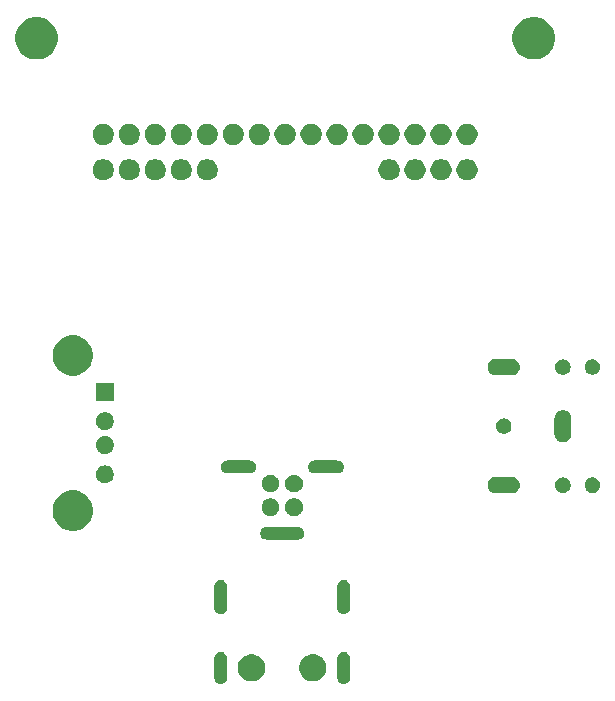
<source format=gbr>
G04 #@! TF.GenerationSoftware,KiCad,Pcbnew,(5.1.0)-1*
G04 #@! TF.CreationDate,2021-05-27T14:19:51-05:00*
G04 #@! TF.ProjectId,2014 Mazda CX-5 Head Unit Adapter,32303134-204d-4617-9a64-612043582d35,rev?*
G04 #@! TF.SameCoordinates,Original*
G04 #@! TF.FileFunction,Soldermask,Bot*
G04 #@! TF.FilePolarity,Negative*
%FSLAX46Y46*%
G04 Gerber Fmt 4.6, Leading zero omitted, Abs format (unit mm)*
G04 Created by KiCad (PCBNEW (5.1.0)-1) date 2021-05-27 14:19:51*
%MOMM*%
%LPD*%
G04 APERTURE LIST*
%ADD10C,0.100000*%
G04 APERTURE END LIST*
D10*
G36*
X173248014Y-151516973D02*
G01*
X173351878Y-151548479D01*
X173395907Y-151572013D01*
X173447599Y-151599643D01*
X173447601Y-151599644D01*
X173447600Y-151599644D01*
X173531501Y-151668499D01*
X173600356Y-151752400D01*
X173651521Y-151848121D01*
X173683027Y-151951985D01*
X173691000Y-152032933D01*
X173691000Y-153687067D01*
X173683027Y-153768015D01*
X173651521Y-153871879D01*
X173647178Y-153880004D01*
X173600357Y-153967600D01*
X173531501Y-154051501D01*
X173447600Y-154120357D01*
X173379055Y-154156995D01*
X173351879Y-154171521D01*
X173248015Y-154203027D01*
X173140000Y-154213666D01*
X173031986Y-154203027D01*
X172928122Y-154171521D01*
X172900946Y-154156995D01*
X172832401Y-154120357D01*
X172748500Y-154051501D01*
X172679644Y-153967600D01*
X172632823Y-153880004D01*
X172628480Y-153871879D01*
X172596974Y-153768015D01*
X172589001Y-153687067D01*
X172589000Y-152032934D01*
X172596973Y-151951986D01*
X172628479Y-151848122D01*
X172679644Y-151752400D01*
X172748499Y-151668499D01*
X172832400Y-151599644D01*
X172832399Y-151599644D01*
X172832401Y-151599643D01*
X172884093Y-151572013D01*
X172928121Y-151548479D01*
X173031985Y-151516973D01*
X173140000Y-151506334D01*
X173248014Y-151516973D01*
X173248014Y-151516973D01*
G37*
G36*
X183648014Y-151516973D02*
G01*
X183751878Y-151548479D01*
X183795907Y-151572013D01*
X183847599Y-151599643D01*
X183847601Y-151599644D01*
X183847600Y-151599644D01*
X183931501Y-151668499D01*
X184000356Y-151752400D01*
X184051521Y-151848121D01*
X184083027Y-151951985D01*
X184091000Y-152032933D01*
X184091000Y-153687067D01*
X184083027Y-153768015D01*
X184051521Y-153871879D01*
X184047178Y-153880004D01*
X184000357Y-153967600D01*
X183931501Y-154051501D01*
X183847600Y-154120357D01*
X183779055Y-154156995D01*
X183751879Y-154171521D01*
X183648015Y-154203027D01*
X183540000Y-154213666D01*
X183431986Y-154203027D01*
X183328122Y-154171521D01*
X183300946Y-154156995D01*
X183232401Y-154120357D01*
X183148500Y-154051501D01*
X183079644Y-153967600D01*
X183032823Y-153880004D01*
X183028480Y-153871879D01*
X182996974Y-153768015D01*
X182989001Y-153687067D01*
X182989000Y-152032934D01*
X182996973Y-151951986D01*
X183028479Y-151848122D01*
X183079644Y-151752400D01*
X183148499Y-151668499D01*
X183232400Y-151599644D01*
X183232399Y-151599644D01*
X183232401Y-151599643D01*
X183284093Y-151572013D01*
X183328121Y-151548479D01*
X183431985Y-151516973D01*
X183540000Y-151506334D01*
X183648014Y-151516973D01*
X183648014Y-151516973D01*
G37*
G36*
X175964549Y-151731116D02*
G01*
X176075734Y-151753232D01*
X176285203Y-151839997D01*
X176473720Y-151965960D01*
X176634040Y-152126280D01*
X176760003Y-152314797D01*
X176846768Y-152524266D01*
X176891000Y-152746636D01*
X176891000Y-152973364D01*
X176846768Y-153195734D01*
X176760003Y-153405203D01*
X176634040Y-153593720D01*
X176473720Y-153754040D01*
X176285203Y-153880003D01*
X176075734Y-153966768D01*
X175964549Y-153988884D01*
X175853365Y-154011000D01*
X175626635Y-154011000D01*
X175515451Y-153988884D01*
X175404266Y-153966768D01*
X175194797Y-153880003D01*
X175006280Y-153754040D01*
X174845960Y-153593720D01*
X174719997Y-153405203D01*
X174633232Y-153195734D01*
X174589000Y-152973364D01*
X174589000Y-152746636D01*
X174633232Y-152524266D01*
X174719997Y-152314797D01*
X174845960Y-152126280D01*
X175006280Y-151965960D01*
X175194797Y-151839997D01*
X175404266Y-151753232D01*
X175515451Y-151731116D01*
X175626635Y-151709000D01*
X175853365Y-151709000D01*
X175964549Y-151731116D01*
X175964549Y-151731116D01*
G37*
G36*
X181164549Y-151731116D02*
G01*
X181275734Y-151753232D01*
X181485203Y-151839997D01*
X181673720Y-151965960D01*
X181834040Y-152126280D01*
X181960003Y-152314797D01*
X182046768Y-152524266D01*
X182091000Y-152746636D01*
X182091000Y-152973364D01*
X182046768Y-153195734D01*
X181960003Y-153405203D01*
X181834040Y-153593720D01*
X181673720Y-153754040D01*
X181485203Y-153880003D01*
X181275734Y-153966768D01*
X181164549Y-153988884D01*
X181053365Y-154011000D01*
X180826635Y-154011000D01*
X180715451Y-153988884D01*
X180604266Y-153966768D01*
X180394797Y-153880003D01*
X180206280Y-153754040D01*
X180045960Y-153593720D01*
X179919997Y-153405203D01*
X179833232Y-153195734D01*
X179789000Y-152973364D01*
X179789000Y-152746636D01*
X179833232Y-152524266D01*
X179919997Y-152314797D01*
X180045960Y-152126280D01*
X180206280Y-151965960D01*
X180394797Y-151839997D01*
X180604266Y-151753232D01*
X180715451Y-151731116D01*
X180826635Y-151709000D01*
X181053365Y-151709000D01*
X181164549Y-151731116D01*
X181164549Y-151731116D01*
G37*
G36*
X183648014Y-145416973D02*
G01*
X183751878Y-145448479D01*
X183795907Y-145472013D01*
X183847599Y-145499643D01*
X183847601Y-145499644D01*
X183847600Y-145499644D01*
X183931501Y-145568499D01*
X184000356Y-145652400D01*
X184051521Y-145748121D01*
X184083027Y-145851985D01*
X184091000Y-145932933D01*
X184091000Y-147787067D01*
X184083027Y-147868015D01*
X184051521Y-147971879D01*
X184051519Y-147971882D01*
X184000357Y-148067600D01*
X183931501Y-148151501D01*
X183847600Y-148220357D01*
X183779055Y-148256995D01*
X183751879Y-148271521D01*
X183648015Y-148303027D01*
X183540000Y-148313666D01*
X183431986Y-148303027D01*
X183328122Y-148271521D01*
X183300946Y-148256995D01*
X183232401Y-148220357D01*
X183148500Y-148151501D01*
X183079644Y-148067600D01*
X183028482Y-147971882D01*
X183028480Y-147971879D01*
X182996974Y-147868015D01*
X182989001Y-147787067D01*
X182989000Y-145932934D01*
X182996973Y-145851986D01*
X183028479Y-145748122D01*
X183079644Y-145652400D01*
X183148499Y-145568499D01*
X183232400Y-145499644D01*
X183232399Y-145499644D01*
X183232401Y-145499643D01*
X183284093Y-145472013D01*
X183328121Y-145448479D01*
X183431985Y-145416973D01*
X183540000Y-145406334D01*
X183648014Y-145416973D01*
X183648014Y-145416973D01*
G37*
G36*
X173248014Y-145416973D02*
G01*
X173351878Y-145448479D01*
X173395907Y-145472013D01*
X173447599Y-145499643D01*
X173447601Y-145499644D01*
X173447600Y-145499644D01*
X173531501Y-145568499D01*
X173600356Y-145652400D01*
X173651521Y-145748121D01*
X173683027Y-145851985D01*
X173691000Y-145932933D01*
X173691000Y-147787067D01*
X173683027Y-147868015D01*
X173651521Y-147971879D01*
X173651519Y-147971882D01*
X173600357Y-148067600D01*
X173531501Y-148151501D01*
X173447600Y-148220357D01*
X173379055Y-148256995D01*
X173351879Y-148271521D01*
X173248015Y-148303027D01*
X173140000Y-148313666D01*
X173031986Y-148303027D01*
X172928122Y-148271521D01*
X172900946Y-148256995D01*
X172832401Y-148220357D01*
X172748500Y-148151501D01*
X172679644Y-148067600D01*
X172628482Y-147971882D01*
X172628480Y-147971879D01*
X172596974Y-147868015D01*
X172589001Y-147787067D01*
X172589000Y-145932934D01*
X172596973Y-145851986D01*
X172628479Y-145748122D01*
X172679644Y-145652400D01*
X172748499Y-145568499D01*
X172832400Y-145499644D01*
X172832399Y-145499644D01*
X172832401Y-145499643D01*
X172884093Y-145472013D01*
X172928121Y-145448479D01*
X173031985Y-145416973D01*
X173140000Y-145406334D01*
X173248014Y-145416973D01*
X173248014Y-145416973D01*
G37*
G36*
X179748015Y-140916973D02*
G01*
X179851879Y-140948479D01*
X179879055Y-140963005D01*
X179947600Y-140999643D01*
X180031501Y-141068499D01*
X180100357Y-141152400D01*
X180127576Y-141203324D01*
X180151521Y-141248121D01*
X180183027Y-141351985D01*
X180193666Y-141460000D01*
X180183027Y-141568015D01*
X180151521Y-141671879D01*
X180151519Y-141671882D01*
X180100357Y-141767600D01*
X180031501Y-141851501D01*
X179947600Y-141920357D01*
X179879055Y-141956995D01*
X179851879Y-141971521D01*
X179748015Y-142003027D01*
X179667067Y-142011000D01*
X177012933Y-142011000D01*
X176931985Y-142003027D01*
X176828121Y-141971521D01*
X176800945Y-141956995D01*
X176732400Y-141920357D01*
X176648499Y-141851501D01*
X176579643Y-141767600D01*
X176528481Y-141671882D01*
X176528479Y-141671879D01*
X176496973Y-141568015D01*
X176486334Y-141460000D01*
X176496973Y-141351985D01*
X176528479Y-141248121D01*
X176552424Y-141203324D01*
X176579643Y-141152400D01*
X176648499Y-141068499D01*
X176732400Y-140999643D01*
X176800945Y-140963005D01*
X176828121Y-140948479D01*
X176931985Y-140916973D01*
X177012933Y-140909000D01*
X179667067Y-140909000D01*
X179748015Y-140916973D01*
X179748015Y-140916973D01*
G37*
G36*
X161108496Y-137916675D02*
G01*
X161419513Y-138045503D01*
X161419515Y-138045504D01*
X161699424Y-138232533D01*
X161937467Y-138470576D01*
X162124496Y-138750485D01*
X162124497Y-138750487D01*
X162253325Y-139061504D01*
X162319000Y-139391677D01*
X162319000Y-139728323D01*
X162253325Y-140058496D01*
X162124497Y-140369513D01*
X162124496Y-140369515D01*
X161937467Y-140649424D01*
X161699424Y-140887467D01*
X161419515Y-141074496D01*
X161419514Y-141074497D01*
X161419513Y-141074497D01*
X161108496Y-141203325D01*
X160778323Y-141269000D01*
X160441677Y-141269000D01*
X160111504Y-141203325D01*
X159800487Y-141074497D01*
X159800486Y-141074497D01*
X159800485Y-141074496D01*
X159520576Y-140887467D01*
X159282533Y-140649424D01*
X159095504Y-140369515D01*
X159095503Y-140369513D01*
X158966675Y-140058496D01*
X158901000Y-139728323D01*
X158901000Y-139391677D01*
X158966675Y-139061504D01*
X159095503Y-138750487D01*
X159095504Y-138750485D01*
X159282533Y-138470576D01*
X159520576Y-138232533D01*
X159800485Y-138045504D01*
X159800487Y-138045503D01*
X160111504Y-137916675D01*
X160441677Y-137851000D01*
X160778323Y-137851000D01*
X161108496Y-137916675D01*
X161108496Y-137916675D01*
G37*
G36*
X179559059Y-138537860D02*
G01*
X179695732Y-138594472D01*
X179818735Y-138676660D01*
X179923340Y-138781265D01*
X180005528Y-138904268D01*
X180062140Y-139040941D01*
X180091000Y-139186033D01*
X180091000Y-139333967D01*
X180062140Y-139479059D01*
X180005528Y-139615732D01*
X179923340Y-139738735D01*
X179818735Y-139843340D01*
X179695732Y-139925528D01*
X179695731Y-139925529D01*
X179695730Y-139925529D01*
X179559059Y-139982140D01*
X179413968Y-140011000D01*
X179266032Y-140011000D01*
X179120941Y-139982140D01*
X178984270Y-139925529D01*
X178984269Y-139925529D01*
X178984268Y-139925528D01*
X178861265Y-139843340D01*
X178756660Y-139738735D01*
X178674472Y-139615732D01*
X178617860Y-139479059D01*
X178589000Y-139333967D01*
X178589000Y-139186033D01*
X178617860Y-139040941D01*
X178674472Y-138904268D01*
X178756660Y-138781265D01*
X178861265Y-138676660D01*
X178984268Y-138594472D01*
X179120941Y-138537860D01*
X179266032Y-138509000D01*
X179413968Y-138509000D01*
X179559059Y-138537860D01*
X179559059Y-138537860D01*
G37*
G36*
X177559059Y-138537860D02*
G01*
X177695732Y-138594472D01*
X177818735Y-138676660D01*
X177923340Y-138781265D01*
X178005528Y-138904268D01*
X178062140Y-139040941D01*
X178091000Y-139186033D01*
X178091000Y-139333967D01*
X178062140Y-139479059D01*
X178005528Y-139615732D01*
X177923340Y-139738735D01*
X177818735Y-139843340D01*
X177695732Y-139925528D01*
X177695731Y-139925529D01*
X177695730Y-139925529D01*
X177559059Y-139982140D01*
X177413968Y-140011000D01*
X177266032Y-140011000D01*
X177120941Y-139982140D01*
X176984270Y-139925529D01*
X176984269Y-139925529D01*
X176984268Y-139925528D01*
X176861265Y-139843340D01*
X176756660Y-139738735D01*
X176674472Y-139615732D01*
X176617860Y-139479059D01*
X176589000Y-139333967D01*
X176589000Y-139186033D01*
X176617860Y-139040941D01*
X176674472Y-138904268D01*
X176756660Y-138781265D01*
X176861265Y-138676660D01*
X176984268Y-138594472D01*
X177120941Y-138537860D01*
X177266032Y-138509000D01*
X177413968Y-138509000D01*
X177559059Y-138537860D01*
X177559059Y-138537860D01*
G37*
G36*
X197892205Y-136705200D02*
G01*
X198025097Y-136745513D01*
X198147571Y-136810977D01*
X198254923Y-136899077D01*
X198343023Y-137006429D01*
X198408487Y-137128903D01*
X198448800Y-137261795D01*
X198462411Y-137400000D01*
X198448800Y-137538205D01*
X198408487Y-137671097D01*
X198343023Y-137793571D01*
X198254923Y-137900923D01*
X198147571Y-137989023D01*
X198025097Y-138054487D01*
X197892205Y-138094800D01*
X197788636Y-138105000D01*
X196411364Y-138105000D01*
X196307795Y-138094800D01*
X196174903Y-138054487D01*
X196052429Y-137989023D01*
X195945077Y-137900923D01*
X195856977Y-137793571D01*
X195791513Y-137671097D01*
X195751200Y-137538205D01*
X195737589Y-137400000D01*
X195751200Y-137261795D01*
X195791513Y-137128903D01*
X195856977Y-137006429D01*
X195945077Y-136899077D01*
X196052429Y-136810977D01*
X196174903Y-136745513D01*
X196307795Y-136705200D01*
X196411364Y-136695000D01*
X197788636Y-136695000D01*
X197892205Y-136705200D01*
X197892205Y-136705200D01*
G37*
G36*
X204789890Y-136774017D02*
G01*
X204879119Y-136810977D01*
X204908364Y-136823091D01*
X205014988Y-136894335D01*
X205105665Y-136985012D01*
X205171950Y-137084214D01*
X205176910Y-137091638D01*
X205225983Y-137210110D01*
X205229065Y-137225602D01*
X205251000Y-137335882D01*
X205251000Y-137464118D01*
X205225983Y-137589890D01*
X205176909Y-137708364D01*
X205105665Y-137814988D01*
X205014988Y-137905665D01*
X204908364Y-137976909D01*
X204908363Y-137976910D01*
X204908362Y-137976910D01*
X204789890Y-138025983D01*
X204664119Y-138051000D01*
X204535881Y-138051000D01*
X204410110Y-138025983D01*
X204291638Y-137976910D01*
X204291637Y-137976910D01*
X204291636Y-137976909D01*
X204185012Y-137905665D01*
X204094335Y-137814988D01*
X204023091Y-137708364D01*
X203974017Y-137589890D01*
X203949000Y-137464118D01*
X203949000Y-137335882D01*
X203970936Y-137225602D01*
X203974017Y-137210110D01*
X204023090Y-137091638D01*
X204028051Y-137084214D01*
X204094335Y-136985012D01*
X204185012Y-136894335D01*
X204291636Y-136823091D01*
X204320882Y-136810977D01*
X204410110Y-136774017D01*
X204535881Y-136749000D01*
X204664119Y-136749000D01*
X204789890Y-136774017D01*
X204789890Y-136774017D01*
G37*
G36*
X202289890Y-136774017D02*
G01*
X202379119Y-136810977D01*
X202408364Y-136823091D01*
X202514988Y-136894335D01*
X202605665Y-136985012D01*
X202671950Y-137084214D01*
X202676910Y-137091638D01*
X202725983Y-137210110D01*
X202729065Y-137225602D01*
X202751000Y-137335882D01*
X202751000Y-137464118D01*
X202725983Y-137589890D01*
X202676909Y-137708364D01*
X202605665Y-137814988D01*
X202514988Y-137905665D01*
X202408364Y-137976909D01*
X202408363Y-137976910D01*
X202408362Y-137976910D01*
X202289890Y-138025983D01*
X202164119Y-138051000D01*
X202035881Y-138051000D01*
X201910110Y-138025983D01*
X201791638Y-137976910D01*
X201791637Y-137976910D01*
X201791636Y-137976909D01*
X201685012Y-137905665D01*
X201594335Y-137814988D01*
X201523091Y-137708364D01*
X201474017Y-137589890D01*
X201449000Y-137464118D01*
X201449000Y-137335882D01*
X201470936Y-137225602D01*
X201474017Y-137210110D01*
X201523090Y-137091638D01*
X201528051Y-137084214D01*
X201594335Y-136985012D01*
X201685012Y-136894335D01*
X201791636Y-136823091D01*
X201820882Y-136810977D01*
X201910110Y-136774017D01*
X202035881Y-136749000D01*
X202164119Y-136749000D01*
X202289890Y-136774017D01*
X202289890Y-136774017D01*
G37*
G36*
X179559059Y-136537860D02*
G01*
X179695732Y-136594472D01*
X179818735Y-136676660D01*
X179923340Y-136781265D01*
X179951287Y-136823091D01*
X180005529Y-136904270D01*
X180062140Y-137040941D01*
X180091000Y-137186032D01*
X180091000Y-137333968D01*
X180065112Y-137464118D01*
X180062140Y-137479059D01*
X180005528Y-137615732D01*
X179923340Y-137738735D01*
X179818735Y-137843340D01*
X179695732Y-137925528D01*
X179695731Y-137925529D01*
X179695730Y-137925529D01*
X179559059Y-137982140D01*
X179413968Y-138011000D01*
X179266032Y-138011000D01*
X179120941Y-137982140D01*
X178984270Y-137925529D01*
X178984269Y-137925529D01*
X178984268Y-137925528D01*
X178861265Y-137843340D01*
X178756660Y-137738735D01*
X178674472Y-137615732D01*
X178617860Y-137479059D01*
X178614888Y-137464118D01*
X178589000Y-137333968D01*
X178589000Y-137186032D01*
X178617860Y-137040941D01*
X178674471Y-136904270D01*
X178728713Y-136823091D01*
X178756660Y-136781265D01*
X178861265Y-136676660D01*
X178984268Y-136594472D01*
X179120941Y-136537860D01*
X179266032Y-136509000D01*
X179413968Y-136509000D01*
X179559059Y-136537860D01*
X179559059Y-136537860D01*
G37*
G36*
X177559059Y-136537860D02*
G01*
X177695732Y-136594472D01*
X177818735Y-136676660D01*
X177923340Y-136781265D01*
X177951287Y-136823091D01*
X178005529Y-136904270D01*
X178062140Y-137040941D01*
X178091000Y-137186032D01*
X178091000Y-137333968D01*
X178065112Y-137464118D01*
X178062140Y-137479059D01*
X178005528Y-137615732D01*
X177923340Y-137738735D01*
X177818735Y-137843340D01*
X177695732Y-137925528D01*
X177695731Y-137925529D01*
X177695730Y-137925529D01*
X177559059Y-137982140D01*
X177413968Y-138011000D01*
X177266032Y-138011000D01*
X177120941Y-137982140D01*
X176984270Y-137925529D01*
X176984269Y-137925529D01*
X176984268Y-137925528D01*
X176861265Y-137843340D01*
X176756660Y-137738735D01*
X176674472Y-137615732D01*
X176617860Y-137479059D01*
X176614888Y-137464118D01*
X176589000Y-137333968D01*
X176589000Y-137186032D01*
X176617860Y-137040941D01*
X176674471Y-136904270D01*
X176728713Y-136823091D01*
X176756660Y-136781265D01*
X176861265Y-136676660D01*
X176984268Y-136594472D01*
X177120941Y-136537860D01*
X177266032Y-136509000D01*
X177413968Y-136509000D01*
X177559059Y-136537860D01*
X177559059Y-136537860D01*
G37*
G36*
X163469244Y-135739699D02*
G01*
X163543142Y-135754398D01*
X163682364Y-135812065D01*
X163807659Y-135895785D01*
X163914215Y-136002341D01*
X163997935Y-136127636D01*
X164055602Y-136266858D01*
X164055602Y-136266859D01*
X164076421Y-136371521D01*
X164085000Y-136414654D01*
X164085000Y-136565346D01*
X164055602Y-136713142D01*
X163997935Y-136852364D01*
X163914215Y-136977659D01*
X163807659Y-137084215D01*
X163682364Y-137167935D01*
X163543142Y-137225602D01*
X163469244Y-137240301D01*
X163395347Y-137255000D01*
X163244653Y-137255000D01*
X163170756Y-137240301D01*
X163096858Y-137225602D01*
X162957636Y-137167935D01*
X162832341Y-137084215D01*
X162725785Y-136977659D01*
X162642065Y-136852364D01*
X162584398Y-136713142D01*
X162555000Y-136565346D01*
X162555000Y-136414654D01*
X162563580Y-136371521D01*
X162584398Y-136266859D01*
X162584398Y-136266858D01*
X162642065Y-136127636D01*
X162725785Y-136002341D01*
X162832341Y-135895785D01*
X162957636Y-135812065D01*
X163096858Y-135754398D01*
X163170756Y-135739699D01*
X163244653Y-135725000D01*
X163395347Y-135725000D01*
X163469244Y-135739699D01*
X163469244Y-135739699D01*
G37*
G36*
X175698015Y-135316973D02*
G01*
X175801879Y-135348479D01*
X175829055Y-135363005D01*
X175897600Y-135399643D01*
X175981501Y-135468499D01*
X176050357Y-135552400D01*
X176086995Y-135620945D01*
X176101521Y-135648121D01*
X176133027Y-135751985D01*
X176143666Y-135860000D01*
X176133027Y-135968015D01*
X176101521Y-136071879D01*
X176101519Y-136071882D01*
X176050357Y-136167600D01*
X175981501Y-136251501D01*
X175897600Y-136320357D01*
X175829055Y-136356995D01*
X175801879Y-136371521D01*
X175698015Y-136403027D01*
X175617067Y-136411000D01*
X173662933Y-136411000D01*
X173581985Y-136403027D01*
X173478121Y-136371521D01*
X173450945Y-136356995D01*
X173382400Y-136320357D01*
X173298499Y-136251501D01*
X173229643Y-136167600D01*
X173178481Y-136071882D01*
X173178479Y-136071879D01*
X173146973Y-135968015D01*
X173136334Y-135860000D01*
X173146973Y-135751985D01*
X173178479Y-135648121D01*
X173193005Y-135620945D01*
X173229643Y-135552400D01*
X173298499Y-135468499D01*
X173382400Y-135399643D01*
X173450945Y-135363005D01*
X173478121Y-135348479D01*
X173581985Y-135316973D01*
X173662933Y-135309000D01*
X175617067Y-135309000D01*
X175698015Y-135316973D01*
X175698015Y-135316973D01*
G37*
G36*
X183098015Y-135316973D02*
G01*
X183201879Y-135348479D01*
X183229055Y-135363005D01*
X183297600Y-135399643D01*
X183381501Y-135468499D01*
X183450357Y-135552400D01*
X183486995Y-135620945D01*
X183501521Y-135648121D01*
X183533027Y-135751985D01*
X183543666Y-135860000D01*
X183533027Y-135968015D01*
X183501521Y-136071879D01*
X183501519Y-136071882D01*
X183450357Y-136167600D01*
X183381501Y-136251501D01*
X183297600Y-136320357D01*
X183229055Y-136356995D01*
X183201879Y-136371521D01*
X183098015Y-136403027D01*
X183017067Y-136411000D01*
X181062933Y-136411000D01*
X180981985Y-136403027D01*
X180878121Y-136371521D01*
X180850945Y-136356995D01*
X180782400Y-136320357D01*
X180698499Y-136251501D01*
X180629643Y-136167600D01*
X180578481Y-136071882D01*
X180578479Y-136071879D01*
X180546973Y-135968015D01*
X180536334Y-135860000D01*
X180546973Y-135751985D01*
X180578479Y-135648121D01*
X180593005Y-135620945D01*
X180629643Y-135552400D01*
X180698499Y-135468499D01*
X180782400Y-135399643D01*
X180850945Y-135363005D01*
X180878121Y-135348479D01*
X180981985Y-135316973D01*
X181062933Y-135309000D01*
X183017067Y-135309000D01*
X183098015Y-135316973D01*
X183098015Y-135316973D01*
G37*
G36*
X163469244Y-133239699D02*
G01*
X163543142Y-133254398D01*
X163682364Y-133312065D01*
X163807659Y-133395785D01*
X163914215Y-133502341D01*
X163997935Y-133627636D01*
X164055602Y-133766858D01*
X164085000Y-133914654D01*
X164085000Y-134065346D01*
X164055602Y-134213142D01*
X163997935Y-134352364D01*
X163914215Y-134477659D01*
X163807659Y-134584215D01*
X163682364Y-134667935D01*
X163543142Y-134725602D01*
X163469244Y-134740301D01*
X163395347Y-134755000D01*
X163244653Y-134755000D01*
X163170756Y-134740301D01*
X163096858Y-134725602D01*
X162957636Y-134667935D01*
X162832341Y-134584215D01*
X162725785Y-134477659D01*
X162642065Y-134352364D01*
X162584398Y-134213142D01*
X162555000Y-134065346D01*
X162555000Y-133914654D01*
X162584398Y-133766858D01*
X162642065Y-133627636D01*
X162725785Y-133502341D01*
X162832341Y-133395785D01*
X162957636Y-133312065D01*
X163096858Y-133254398D01*
X163170756Y-133239699D01*
X163244653Y-133225000D01*
X163395347Y-133225000D01*
X163469244Y-133239699D01*
X163469244Y-133239699D01*
G37*
G36*
X202238205Y-131051200D02*
G01*
X202371097Y-131091513D01*
X202493571Y-131156977D01*
X202600923Y-131245077D01*
X202689023Y-131352429D01*
X202754487Y-131474903D01*
X202794800Y-131607795D01*
X202805000Y-131711364D01*
X202805000Y-133088636D01*
X202794800Y-133192205D01*
X202754487Y-133325097D01*
X202689023Y-133447571D01*
X202600923Y-133554922D01*
X202493570Y-133643023D01*
X202371096Y-133708487D01*
X202238204Y-133748800D01*
X202100000Y-133762411D01*
X201961795Y-133748800D01*
X201828903Y-133708487D01*
X201706429Y-133643023D01*
X201599078Y-133554923D01*
X201510977Y-133447570D01*
X201445513Y-133325096D01*
X201405200Y-133192204D01*
X201395000Y-133088635D01*
X201395001Y-131711364D01*
X201405201Y-131607795D01*
X201445514Y-131474903D01*
X201510978Y-131352429D01*
X201599078Y-131245077D01*
X201706430Y-131156977D01*
X201828904Y-131091513D01*
X201961796Y-131051200D01*
X202100000Y-131037589D01*
X202238205Y-131051200D01*
X202238205Y-131051200D01*
G37*
G36*
X197289890Y-131774017D02*
G01*
X197408364Y-131823091D01*
X197514988Y-131894335D01*
X197605665Y-131985012D01*
X197659343Y-132065346D01*
X197676910Y-132091638D01*
X197725983Y-132210110D01*
X197751000Y-132335881D01*
X197751000Y-132464119D01*
X197725983Y-132589890D01*
X197693656Y-132667935D01*
X197676909Y-132708364D01*
X197605665Y-132814988D01*
X197514988Y-132905665D01*
X197408364Y-132976909D01*
X197408363Y-132976910D01*
X197408362Y-132976910D01*
X197289890Y-133025983D01*
X197164119Y-133051000D01*
X197035881Y-133051000D01*
X196910110Y-133025983D01*
X196791638Y-132976910D01*
X196791637Y-132976910D01*
X196791636Y-132976909D01*
X196685012Y-132905665D01*
X196594335Y-132814988D01*
X196523091Y-132708364D01*
X196506345Y-132667935D01*
X196474017Y-132589890D01*
X196449000Y-132464119D01*
X196449000Y-132335881D01*
X196474017Y-132210110D01*
X196523090Y-132091638D01*
X196540658Y-132065346D01*
X196594335Y-131985012D01*
X196685012Y-131894335D01*
X196791636Y-131823091D01*
X196910110Y-131774017D01*
X197035881Y-131749000D01*
X197164119Y-131749000D01*
X197289890Y-131774017D01*
X197289890Y-131774017D01*
G37*
G36*
X163469244Y-131239699D02*
G01*
X163543142Y-131254398D01*
X163682364Y-131312065D01*
X163807659Y-131395785D01*
X163914215Y-131502341D01*
X163997935Y-131627636D01*
X164048205Y-131749000D01*
X164055602Y-131766859D01*
X164080959Y-131894335D01*
X164085000Y-131914654D01*
X164085000Y-132065346D01*
X164055602Y-132213142D01*
X163997935Y-132352364D01*
X163914215Y-132477659D01*
X163807659Y-132584215D01*
X163682364Y-132667935D01*
X163543142Y-132725602D01*
X163469244Y-132740301D01*
X163395347Y-132755000D01*
X163244653Y-132755000D01*
X163170756Y-132740301D01*
X163096858Y-132725602D01*
X162957636Y-132667935D01*
X162832341Y-132584215D01*
X162725785Y-132477659D01*
X162642065Y-132352364D01*
X162584398Y-132213142D01*
X162555000Y-132065346D01*
X162555000Y-131914654D01*
X162559042Y-131894335D01*
X162584398Y-131766859D01*
X162591795Y-131749000D01*
X162642065Y-131627636D01*
X162725785Y-131502341D01*
X162832341Y-131395785D01*
X162957636Y-131312065D01*
X163096858Y-131254398D01*
X163170756Y-131239699D01*
X163244653Y-131225000D01*
X163395347Y-131225000D01*
X163469244Y-131239699D01*
X163469244Y-131239699D01*
G37*
G36*
X164085000Y-130255000D02*
G01*
X162555000Y-130255000D01*
X162555000Y-128725000D01*
X164085000Y-128725000D01*
X164085000Y-130255000D01*
X164085000Y-130255000D01*
G37*
G36*
X161108496Y-124776675D02*
G01*
X161419513Y-124905503D01*
X161419515Y-124905504D01*
X161699424Y-125092533D01*
X161937467Y-125330576D01*
X162124496Y-125610485D01*
X162124497Y-125610487D01*
X162253325Y-125921504D01*
X162319000Y-126251677D01*
X162319000Y-126588323D01*
X162253325Y-126918496D01*
X162181607Y-127091638D01*
X162124496Y-127229515D01*
X161937467Y-127509424D01*
X161699424Y-127747467D01*
X161419515Y-127934496D01*
X161419514Y-127934497D01*
X161419513Y-127934497D01*
X161108496Y-128063325D01*
X160778323Y-128129000D01*
X160441677Y-128129000D01*
X160111504Y-128063325D01*
X159800487Y-127934497D01*
X159800486Y-127934497D01*
X159800485Y-127934496D01*
X159520576Y-127747467D01*
X159282533Y-127509424D01*
X159095504Y-127229515D01*
X159038393Y-127091638D01*
X158966675Y-126918496D01*
X158901000Y-126588323D01*
X158901000Y-126251677D01*
X158966675Y-125921504D01*
X159095503Y-125610487D01*
X159095504Y-125610485D01*
X159282533Y-125330576D01*
X159520576Y-125092533D01*
X159800485Y-124905504D01*
X159800487Y-124905503D01*
X160111504Y-124776675D01*
X160441677Y-124711000D01*
X160778323Y-124711000D01*
X161108496Y-124776675D01*
X161108496Y-124776675D01*
G37*
G36*
X197892205Y-126705200D02*
G01*
X198025097Y-126745513D01*
X198147571Y-126810977D01*
X198254923Y-126899077D01*
X198343023Y-127006429D01*
X198408487Y-127128903D01*
X198448800Y-127261795D01*
X198462411Y-127400000D01*
X198448800Y-127538205D01*
X198408487Y-127671097D01*
X198343023Y-127793571D01*
X198254923Y-127900923D01*
X198147571Y-127989023D01*
X198025097Y-128054487D01*
X197892205Y-128094800D01*
X197788636Y-128105000D01*
X196411364Y-128105000D01*
X196307795Y-128094800D01*
X196174903Y-128054487D01*
X196052429Y-127989023D01*
X195945077Y-127900923D01*
X195856977Y-127793571D01*
X195791513Y-127671097D01*
X195751200Y-127538205D01*
X195737589Y-127400000D01*
X195751200Y-127261795D01*
X195791513Y-127128903D01*
X195856977Y-127006429D01*
X195945077Y-126899077D01*
X196052429Y-126810977D01*
X196174903Y-126745513D01*
X196307795Y-126705200D01*
X196411364Y-126695000D01*
X197788636Y-126695000D01*
X197892205Y-126705200D01*
X197892205Y-126705200D01*
G37*
G36*
X202289890Y-126774017D02*
G01*
X202379119Y-126810977D01*
X202408364Y-126823091D01*
X202514988Y-126894335D01*
X202605665Y-126985012D01*
X202676910Y-127091638D01*
X202725983Y-127210110D01*
X202751000Y-127335881D01*
X202751000Y-127464119D01*
X202741988Y-127509424D01*
X202725983Y-127589890D01*
X202676909Y-127708364D01*
X202605665Y-127814988D01*
X202514988Y-127905665D01*
X202408364Y-127976909D01*
X202408363Y-127976910D01*
X202408362Y-127976910D01*
X202289890Y-128025983D01*
X202164119Y-128051000D01*
X202035881Y-128051000D01*
X201910110Y-128025983D01*
X201791638Y-127976910D01*
X201791637Y-127976910D01*
X201791636Y-127976909D01*
X201685012Y-127905665D01*
X201594335Y-127814988D01*
X201523091Y-127708364D01*
X201474017Y-127589890D01*
X201458012Y-127509424D01*
X201449000Y-127464119D01*
X201449000Y-127335881D01*
X201474017Y-127210110D01*
X201523090Y-127091638D01*
X201594335Y-126985012D01*
X201685012Y-126894335D01*
X201791636Y-126823091D01*
X201820882Y-126810977D01*
X201910110Y-126774017D01*
X202035881Y-126749000D01*
X202164119Y-126749000D01*
X202289890Y-126774017D01*
X202289890Y-126774017D01*
G37*
G36*
X204789890Y-126774017D02*
G01*
X204879119Y-126810977D01*
X204908364Y-126823091D01*
X205014988Y-126894335D01*
X205105665Y-126985012D01*
X205176910Y-127091638D01*
X205225983Y-127210110D01*
X205251000Y-127335881D01*
X205251000Y-127464119D01*
X205241988Y-127509424D01*
X205225983Y-127589890D01*
X205176909Y-127708364D01*
X205105665Y-127814988D01*
X205014988Y-127905665D01*
X204908364Y-127976909D01*
X204908363Y-127976910D01*
X204908362Y-127976910D01*
X204789890Y-128025983D01*
X204664119Y-128051000D01*
X204535881Y-128051000D01*
X204410110Y-128025983D01*
X204291638Y-127976910D01*
X204291637Y-127976910D01*
X204291636Y-127976909D01*
X204185012Y-127905665D01*
X204094335Y-127814988D01*
X204023091Y-127708364D01*
X203974017Y-127589890D01*
X203958012Y-127509424D01*
X203949000Y-127464119D01*
X203949000Y-127335881D01*
X203974017Y-127210110D01*
X204023090Y-127091638D01*
X204094335Y-126985012D01*
X204185012Y-126894335D01*
X204291636Y-126823091D01*
X204320882Y-126810977D01*
X204410110Y-126774017D01*
X204535881Y-126749000D01*
X204664119Y-126749000D01*
X204789890Y-126774017D01*
X204789890Y-126774017D01*
G37*
G36*
X194103512Y-109803927D02*
G01*
X194252812Y-109833624D01*
X194416784Y-109901544D01*
X194564354Y-110000147D01*
X194689853Y-110125646D01*
X194788456Y-110273216D01*
X194856376Y-110437188D01*
X194891000Y-110611259D01*
X194891000Y-110788741D01*
X194856376Y-110962812D01*
X194788456Y-111126784D01*
X194689853Y-111274354D01*
X194564354Y-111399853D01*
X194416784Y-111498456D01*
X194252812Y-111566376D01*
X194103512Y-111596073D01*
X194078742Y-111601000D01*
X193901258Y-111601000D01*
X193876488Y-111596073D01*
X193727188Y-111566376D01*
X193563216Y-111498456D01*
X193415646Y-111399853D01*
X193290147Y-111274354D01*
X193191544Y-111126784D01*
X193123624Y-110962812D01*
X193089000Y-110788741D01*
X193089000Y-110611259D01*
X193123624Y-110437188D01*
X193191544Y-110273216D01*
X193290147Y-110125646D01*
X193415646Y-110000147D01*
X193563216Y-109901544D01*
X193727188Y-109833624D01*
X193876488Y-109803927D01*
X193901258Y-109799000D01*
X194078742Y-109799000D01*
X194103512Y-109803927D01*
X194103512Y-109803927D01*
G37*
G36*
X167703512Y-109803927D02*
G01*
X167852812Y-109833624D01*
X168016784Y-109901544D01*
X168164354Y-110000147D01*
X168289853Y-110125646D01*
X168388456Y-110273216D01*
X168456376Y-110437188D01*
X168491000Y-110611259D01*
X168491000Y-110788741D01*
X168456376Y-110962812D01*
X168388456Y-111126784D01*
X168289853Y-111274354D01*
X168164354Y-111399853D01*
X168016784Y-111498456D01*
X167852812Y-111566376D01*
X167703512Y-111596073D01*
X167678742Y-111601000D01*
X167501258Y-111601000D01*
X167476488Y-111596073D01*
X167327188Y-111566376D01*
X167163216Y-111498456D01*
X167015646Y-111399853D01*
X166890147Y-111274354D01*
X166791544Y-111126784D01*
X166723624Y-110962812D01*
X166689000Y-110788741D01*
X166689000Y-110611259D01*
X166723624Y-110437188D01*
X166791544Y-110273216D01*
X166890147Y-110125646D01*
X167015646Y-110000147D01*
X167163216Y-109901544D01*
X167327188Y-109833624D01*
X167476488Y-109803927D01*
X167501258Y-109799000D01*
X167678742Y-109799000D01*
X167703512Y-109803927D01*
X167703512Y-109803927D01*
G37*
G36*
X191903512Y-109803927D02*
G01*
X192052812Y-109833624D01*
X192216784Y-109901544D01*
X192364354Y-110000147D01*
X192489853Y-110125646D01*
X192588456Y-110273216D01*
X192656376Y-110437188D01*
X192691000Y-110611259D01*
X192691000Y-110788741D01*
X192656376Y-110962812D01*
X192588456Y-111126784D01*
X192489853Y-111274354D01*
X192364354Y-111399853D01*
X192216784Y-111498456D01*
X192052812Y-111566376D01*
X191903512Y-111596073D01*
X191878742Y-111601000D01*
X191701258Y-111601000D01*
X191676488Y-111596073D01*
X191527188Y-111566376D01*
X191363216Y-111498456D01*
X191215646Y-111399853D01*
X191090147Y-111274354D01*
X190991544Y-111126784D01*
X190923624Y-110962812D01*
X190889000Y-110788741D01*
X190889000Y-110611259D01*
X190923624Y-110437188D01*
X190991544Y-110273216D01*
X191090147Y-110125646D01*
X191215646Y-110000147D01*
X191363216Y-109901544D01*
X191527188Y-109833624D01*
X191676488Y-109803927D01*
X191701258Y-109799000D01*
X191878742Y-109799000D01*
X191903512Y-109803927D01*
X191903512Y-109803927D01*
G37*
G36*
X189703512Y-109803927D02*
G01*
X189852812Y-109833624D01*
X190016784Y-109901544D01*
X190164354Y-110000147D01*
X190289853Y-110125646D01*
X190388456Y-110273216D01*
X190456376Y-110437188D01*
X190491000Y-110611259D01*
X190491000Y-110788741D01*
X190456376Y-110962812D01*
X190388456Y-111126784D01*
X190289853Y-111274354D01*
X190164354Y-111399853D01*
X190016784Y-111498456D01*
X189852812Y-111566376D01*
X189703512Y-111596073D01*
X189678742Y-111601000D01*
X189501258Y-111601000D01*
X189476488Y-111596073D01*
X189327188Y-111566376D01*
X189163216Y-111498456D01*
X189015646Y-111399853D01*
X188890147Y-111274354D01*
X188791544Y-111126784D01*
X188723624Y-110962812D01*
X188689000Y-110788741D01*
X188689000Y-110611259D01*
X188723624Y-110437188D01*
X188791544Y-110273216D01*
X188890147Y-110125646D01*
X189015646Y-110000147D01*
X189163216Y-109901544D01*
X189327188Y-109833624D01*
X189476488Y-109803927D01*
X189501258Y-109799000D01*
X189678742Y-109799000D01*
X189703512Y-109803927D01*
X189703512Y-109803927D01*
G37*
G36*
X187503512Y-109803927D02*
G01*
X187652812Y-109833624D01*
X187816784Y-109901544D01*
X187964354Y-110000147D01*
X188089853Y-110125646D01*
X188188456Y-110273216D01*
X188256376Y-110437188D01*
X188291000Y-110611259D01*
X188291000Y-110788741D01*
X188256376Y-110962812D01*
X188188456Y-111126784D01*
X188089853Y-111274354D01*
X187964354Y-111399853D01*
X187816784Y-111498456D01*
X187652812Y-111566376D01*
X187503512Y-111596073D01*
X187478742Y-111601000D01*
X187301258Y-111601000D01*
X187276488Y-111596073D01*
X187127188Y-111566376D01*
X186963216Y-111498456D01*
X186815646Y-111399853D01*
X186690147Y-111274354D01*
X186591544Y-111126784D01*
X186523624Y-110962812D01*
X186489000Y-110788741D01*
X186489000Y-110611259D01*
X186523624Y-110437188D01*
X186591544Y-110273216D01*
X186690147Y-110125646D01*
X186815646Y-110000147D01*
X186963216Y-109901544D01*
X187127188Y-109833624D01*
X187276488Y-109803927D01*
X187301258Y-109799000D01*
X187478742Y-109799000D01*
X187503512Y-109803927D01*
X187503512Y-109803927D01*
G37*
G36*
X172103512Y-109803927D02*
G01*
X172252812Y-109833624D01*
X172416784Y-109901544D01*
X172564354Y-110000147D01*
X172689853Y-110125646D01*
X172788456Y-110273216D01*
X172856376Y-110437188D01*
X172891000Y-110611259D01*
X172891000Y-110788741D01*
X172856376Y-110962812D01*
X172788456Y-111126784D01*
X172689853Y-111274354D01*
X172564354Y-111399853D01*
X172416784Y-111498456D01*
X172252812Y-111566376D01*
X172103512Y-111596073D01*
X172078742Y-111601000D01*
X171901258Y-111601000D01*
X171876488Y-111596073D01*
X171727188Y-111566376D01*
X171563216Y-111498456D01*
X171415646Y-111399853D01*
X171290147Y-111274354D01*
X171191544Y-111126784D01*
X171123624Y-110962812D01*
X171089000Y-110788741D01*
X171089000Y-110611259D01*
X171123624Y-110437188D01*
X171191544Y-110273216D01*
X171290147Y-110125646D01*
X171415646Y-110000147D01*
X171563216Y-109901544D01*
X171727188Y-109833624D01*
X171876488Y-109803927D01*
X171901258Y-109799000D01*
X172078742Y-109799000D01*
X172103512Y-109803927D01*
X172103512Y-109803927D01*
G37*
G36*
X169903512Y-109803927D02*
G01*
X170052812Y-109833624D01*
X170216784Y-109901544D01*
X170364354Y-110000147D01*
X170489853Y-110125646D01*
X170588456Y-110273216D01*
X170656376Y-110437188D01*
X170691000Y-110611259D01*
X170691000Y-110788741D01*
X170656376Y-110962812D01*
X170588456Y-111126784D01*
X170489853Y-111274354D01*
X170364354Y-111399853D01*
X170216784Y-111498456D01*
X170052812Y-111566376D01*
X169903512Y-111596073D01*
X169878742Y-111601000D01*
X169701258Y-111601000D01*
X169676488Y-111596073D01*
X169527188Y-111566376D01*
X169363216Y-111498456D01*
X169215646Y-111399853D01*
X169090147Y-111274354D01*
X168991544Y-111126784D01*
X168923624Y-110962812D01*
X168889000Y-110788741D01*
X168889000Y-110611259D01*
X168923624Y-110437188D01*
X168991544Y-110273216D01*
X169090147Y-110125646D01*
X169215646Y-110000147D01*
X169363216Y-109901544D01*
X169527188Y-109833624D01*
X169676488Y-109803927D01*
X169701258Y-109799000D01*
X169878742Y-109799000D01*
X169903512Y-109803927D01*
X169903512Y-109803927D01*
G37*
G36*
X165503512Y-109803927D02*
G01*
X165652812Y-109833624D01*
X165816784Y-109901544D01*
X165964354Y-110000147D01*
X166089853Y-110125646D01*
X166188456Y-110273216D01*
X166256376Y-110437188D01*
X166291000Y-110611259D01*
X166291000Y-110788741D01*
X166256376Y-110962812D01*
X166188456Y-111126784D01*
X166089853Y-111274354D01*
X165964354Y-111399853D01*
X165816784Y-111498456D01*
X165652812Y-111566376D01*
X165503512Y-111596073D01*
X165478742Y-111601000D01*
X165301258Y-111601000D01*
X165276488Y-111596073D01*
X165127188Y-111566376D01*
X164963216Y-111498456D01*
X164815646Y-111399853D01*
X164690147Y-111274354D01*
X164591544Y-111126784D01*
X164523624Y-110962812D01*
X164489000Y-110788741D01*
X164489000Y-110611259D01*
X164523624Y-110437188D01*
X164591544Y-110273216D01*
X164690147Y-110125646D01*
X164815646Y-110000147D01*
X164963216Y-109901544D01*
X165127188Y-109833624D01*
X165276488Y-109803927D01*
X165301258Y-109799000D01*
X165478742Y-109799000D01*
X165503512Y-109803927D01*
X165503512Y-109803927D01*
G37*
G36*
X163303512Y-109803927D02*
G01*
X163452812Y-109833624D01*
X163616784Y-109901544D01*
X163764354Y-110000147D01*
X163889853Y-110125646D01*
X163988456Y-110273216D01*
X164056376Y-110437188D01*
X164091000Y-110611259D01*
X164091000Y-110788741D01*
X164056376Y-110962812D01*
X163988456Y-111126784D01*
X163889853Y-111274354D01*
X163764354Y-111399853D01*
X163616784Y-111498456D01*
X163452812Y-111566376D01*
X163303512Y-111596073D01*
X163278742Y-111601000D01*
X163101258Y-111601000D01*
X163076488Y-111596073D01*
X162927188Y-111566376D01*
X162763216Y-111498456D01*
X162615646Y-111399853D01*
X162490147Y-111274354D01*
X162391544Y-111126784D01*
X162323624Y-110962812D01*
X162289000Y-110788741D01*
X162289000Y-110611259D01*
X162323624Y-110437188D01*
X162391544Y-110273216D01*
X162490147Y-110125646D01*
X162615646Y-110000147D01*
X162763216Y-109901544D01*
X162927188Y-109833624D01*
X163076488Y-109803927D01*
X163101258Y-109799000D01*
X163278742Y-109799000D01*
X163303512Y-109803927D01*
X163303512Y-109803927D01*
G37*
G36*
X185303512Y-106803927D02*
G01*
X185452812Y-106833624D01*
X185616784Y-106901544D01*
X185764354Y-107000147D01*
X185889853Y-107125646D01*
X185988456Y-107273216D01*
X186056376Y-107437188D01*
X186091000Y-107611259D01*
X186091000Y-107788741D01*
X186056376Y-107962812D01*
X185988456Y-108126784D01*
X185889853Y-108274354D01*
X185764354Y-108399853D01*
X185616784Y-108498456D01*
X185452812Y-108566376D01*
X185303512Y-108596073D01*
X185278742Y-108601000D01*
X185101258Y-108601000D01*
X185076488Y-108596073D01*
X184927188Y-108566376D01*
X184763216Y-108498456D01*
X184615646Y-108399853D01*
X184490147Y-108274354D01*
X184391544Y-108126784D01*
X184323624Y-107962812D01*
X184289000Y-107788741D01*
X184289000Y-107611259D01*
X184323624Y-107437188D01*
X184391544Y-107273216D01*
X184490147Y-107125646D01*
X184615646Y-107000147D01*
X184763216Y-106901544D01*
X184927188Y-106833624D01*
X185076488Y-106803927D01*
X185101258Y-106799000D01*
X185278742Y-106799000D01*
X185303512Y-106803927D01*
X185303512Y-106803927D01*
G37*
G36*
X180903512Y-106803927D02*
G01*
X181052812Y-106833624D01*
X181216784Y-106901544D01*
X181364354Y-107000147D01*
X181489853Y-107125646D01*
X181588456Y-107273216D01*
X181656376Y-107437188D01*
X181691000Y-107611259D01*
X181691000Y-107788741D01*
X181656376Y-107962812D01*
X181588456Y-108126784D01*
X181489853Y-108274354D01*
X181364354Y-108399853D01*
X181216784Y-108498456D01*
X181052812Y-108566376D01*
X180903512Y-108596073D01*
X180878742Y-108601000D01*
X180701258Y-108601000D01*
X180676488Y-108596073D01*
X180527188Y-108566376D01*
X180363216Y-108498456D01*
X180215646Y-108399853D01*
X180090147Y-108274354D01*
X179991544Y-108126784D01*
X179923624Y-107962812D01*
X179889000Y-107788741D01*
X179889000Y-107611259D01*
X179923624Y-107437188D01*
X179991544Y-107273216D01*
X180090147Y-107125646D01*
X180215646Y-107000147D01*
X180363216Y-106901544D01*
X180527188Y-106833624D01*
X180676488Y-106803927D01*
X180701258Y-106799000D01*
X180878742Y-106799000D01*
X180903512Y-106803927D01*
X180903512Y-106803927D01*
G37*
G36*
X178703512Y-106803927D02*
G01*
X178852812Y-106833624D01*
X179016784Y-106901544D01*
X179164354Y-107000147D01*
X179289853Y-107125646D01*
X179388456Y-107273216D01*
X179456376Y-107437188D01*
X179491000Y-107611259D01*
X179491000Y-107788741D01*
X179456376Y-107962812D01*
X179388456Y-108126784D01*
X179289853Y-108274354D01*
X179164354Y-108399853D01*
X179016784Y-108498456D01*
X178852812Y-108566376D01*
X178703512Y-108596073D01*
X178678742Y-108601000D01*
X178501258Y-108601000D01*
X178476488Y-108596073D01*
X178327188Y-108566376D01*
X178163216Y-108498456D01*
X178015646Y-108399853D01*
X177890147Y-108274354D01*
X177791544Y-108126784D01*
X177723624Y-107962812D01*
X177689000Y-107788741D01*
X177689000Y-107611259D01*
X177723624Y-107437188D01*
X177791544Y-107273216D01*
X177890147Y-107125646D01*
X178015646Y-107000147D01*
X178163216Y-106901544D01*
X178327188Y-106833624D01*
X178476488Y-106803927D01*
X178501258Y-106799000D01*
X178678742Y-106799000D01*
X178703512Y-106803927D01*
X178703512Y-106803927D01*
G37*
G36*
X189703512Y-106803927D02*
G01*
X189852812Y-106833624D01*
X190016784Y-106901544D01*
X190164354Y-107000147D01*
X190289853Y-107125646D01*
X190388456Y-107273216D01*
X190456376Y-107437188D01*
X190491000Y-107611259D01*
X190491000Y-107788741D01*
X190456376Y-107962812D01*
X190388456Y-108126784D01*
X190289853Y-108274354D01*
X190164354Y-108399853D01*
X190016784Y-108498456D01*
X189852812Y-108566376D01*
X189703512Y-108596073D01*
X189678742Y-108601000D01*
X189501258Y-108601000D01*
X189476488Y-108596073D01*
X189327188Y-108566376D01*
X189163216Y-108498456D01*
X189015646Y-108399853D01*
X188890147Y-108274354D01*
X188791544Y-108126784D01*
X188723624Y-107962812D01*
X188689000Y-107788741D01*
X188689000Y-107611259D01*
X188723624Y-107437188D01*
X188791544Y-107273216D01*
X188890147Y-107125646D01*
X189015646Y-107000147D01*
X189163216Y-106901544D01*
X189327188Y-106833624D01*
X189476488Y-106803927D01*
X189501258Y-106799000D01*
X189678742Y-106799000D01*
X189703512Y-106803927D01*
X189703512Y-106803927D01*
G37*
G36*
X176503512Y-106803927D02*
G01*
X176652812Y-106833624D01*
X176816784Y-106901544D01*
X176964354Y-107000147D01*
X177089853Y-107125646D01*
X177188456Y-107273216D01*
X177256376Y-107437188D01*
X177291000Y-107611259D01*
X177291000Y-107788741D01*
X177256376Y-107962812D01*
X177188456Y-108126784D01*
X177089853Y-108274354D01*
X176964354Y-108399853D01*
X176816784Y-108498456D01*
X176652812Y-108566376D01*
X176503512Y-108596073D01*
X176478742Y-108601000D01*
X176301258Y-108601000D01*
X176276488Y-108596073D01*
X176127188Y-108566376D01*
X175963216Y-108498456D01*
X175815646Y-108399853D01*
X175690147Y-108274354D01*
X175591544Y-108126784D01*
X175523624Y-107962812D01*
X175489000Y-107788741D01*
X175489000Y-107611259D01*
X175523624Y-107437188D01*
X175591544Y-107273216D01*
X175690147Y-107125646D01*
X175815646Y-107000147D01*
X175963216Y-106901544D01*
X176127188Y-106833624D01*
X176276488Y-106803927D01*
X176301258Y-106799000D01*
X176478742Y-106799000D01*
X176503512Y-106803927D01*
X176503512Y-106803927D01*
G37*
G36*
X174303512Y-106803927D02*
G01*
X174452812Y-106833624D01*
X174616784Y-106901544D01*
X174764354Y-107000147D01*
X174889853Y-107125646D01*
X174988456Y-107273216D01*
X175056376Y-107437188D01*
X175091000Y-107611259D01*
X175091000Y-107788741D01*
X175056376Y-107962812D01*
X174988456Y-108126784D01*
X174889853Y-108274354D01*
X174764354Y-108399853D01*
X174616784Y-108498456D01*
X174452812Y-108566376D01*
X174303512Y-108596073D01*
X174278742Y-108601000D01*
X174101258Y-108601000D01*
X174076488Y-108596073D01*
X173927188Y-108566376D01*
X173763216Y-108498456D01*
X173615646Y-108399853D01*
X173490147Y-108274354D01*
X173391544Y-108126784D01*
X173323624Y-107962812D01*
X173289000Y-107788741D01*
X173289000Y-107611259D01*
X173323624Y-107437188D01*
X173391544Y-107273216D01*
X173490147Y-107125646D01*
X173615646Y-107000147D01*
X173763216Y-106901544D01*
X173927188Y-106833624D01*
X174076488Y-106803927D01*
X174101258Y-106799000D01*
X174278742Y-106799000D01*
X174303512Y-106803927D01*
X174303512Y-106803927D01*
G37*
G36*
X172103512Y-106803927D02*
G01*
X172252812Y-106833624D01*
X172416784Y-106901544D01*
X172564354Y-107000147D01*
X172689853Y-107125646D01*
X172788456Y-107273216D01*
X172856376Y-107437188D01*
X172891000Y-107611259D01*
X172891000Y-107788741D01*
X172856376Y-107962812D01*
X172788456Y-108126784D01*
X172689853Y-108274354D01*
X172564354Y-108399853D01*
X172416784Y-108498456D01*
X172252812Y-108566376D01*
X172103512Y-108596073D01*
X172078742Y-108601000D01*
X171901258Y-108601000D01*
X171876488Y-108596073D01*
X171727188Y-108566376D01*
X171563216Y-108498456D01*
X171415646Y-108399853D01*
X171290147Y-108274354D01*
X171191544Y-108126784D01*
X171123624Y-107962812D01*
X171089000Y-107788741D01*
X171089000Y-107611259D01*
X171123624Y-107437188D01*
X171191544Y-107273216D01*
X171290147Y-107125646D01*
X171415646Y-107000147D01*
X171563216Y-106901544D01*
X171727188Y-106833624D01*
X171876488Y-106803927D01*
X171901258Y-106799000D01*
X172078742Y-106799000D01*
X172103512Y-106803927D01*
X172103512Y-106803927D01*
G37*
G36*
X169903512Y-106803927D02*
G01*
X170052812Y-106833624D01*
X170216784Y-106901544D01*
X170364354Y-107000147D01*
X170489853Y-107125646D01*
X170588456Y-107273216D01*
X170656376Y-107437188D01*
X170691000Y-107611259D01*
X170691000Y-107788741D01*
X170656376Y-107962812D01*
X170588456Y-108126784D01*
X170489853Y-108274354D01*
X170364354Y-108399853D01*
X170216784Y-108498456D01*
X170052812Y-108566376D01*
X169903512Y-108596073D01*
X169878742Y-108601000D01*
X169701258Y-108601000D01*
X169676488Y-108596073D01*
X169527188Y-108566376D01*
X169363216Y-108498456D01*
X169215646Y-108399853D01*
X169090147Y-108274354D01*
X168991544Y-108126784D01*
X168923624Y-107962812D01*
X168889000Y-107788741D01*
X168889000Y-107611259D01*
X168923624Y-107437188D01*
X168991544Y-107273216D01*
X169090147Y-107125646D01*
X169215646Y-107000147D01*
X169363216Y-106901544D01*
X169527188Y-106833624D01*
X169676488Y-106803927D01*
X169701258Y-106799000D01*
X169878742Y-106799000D01*
X169903512Y-106803927D01*
X169903512Y-106803927D01*
G37*
G36*
X167703512Y-106803927D02*
G01*
X167852812Y-106833624D01*
X168016784Y-106901544D01*
X168164354Y-107000147D01*
X168289853Y-107125646D01*
X168388456Y-107273216D01*
X168456376Y-107437188D01*
X168491000Y-107611259D01*
X168491000Y-107788741D01*
X168456376Y-107962812D01*
X168388456Y-108126784D01*
X168289853Y-108274354D01*
X168164354Y-108399853D01*
X168016784Y-108498456D01*
X167852812Y-108566376D01*
X167703512Y-108596073D01*
X167678742Y-108601000D01*
X167501258Y-108601000D01*
X167476488Y-108596073D01*
X167327188Y-108566376D01*
X167163216Y-108498456D01*
X167015646Y-108399853D01*
X166890147Y-108274354D01*
X166791544Y-108126784D01*
X166723624Y-107962812D01*
X166689000Y-107788741D01*
X166689000Y-107611259D01*
X166723624Y-107437188D01*
X166791544Y-107273216D01*
X166890147Y-107125646D01*
X167015646Y-107000147D01*
X167163216Y-106901544D01*
X167327188Y-106833624D01*
X167476488Y-106803927D01*
X167501258Y-106799000D01*
X167678742Y-106799000D01*
X167703512Y-106803927D01*
X167703512Y-106803927D01*
G37*
G36*
X183103512Y-106803927D02*
G01*
X183252812Y-106833624D01*
X183416784Y-106901544D01*
X183564354Y-107000147D01*
X183689853Y-107125646D01*
X183788456Y-107273216D01*
X183856376Y-107437188D01*
X183891000Y-107611259D01*
X183891000Y-107788741D01*
X183856376Y-107962812D01*
X183788456Y-108126784D01*
X183689853Y-108274354D01*
X183564354Y-108399853D01*
X183416784Y-108498456D01*
X183252812Y-108566376D01*
X183103512Y-108596073D01*
X183078742Y-108601000D01*
X182901258Y-108601000D01*
X182876488Y-108596073D01*
X182727188Y-108566376D01*
X182563216Y-108498456D01*
X182415646Y-108399853D01*
X182290147Y-108274354D01*
X182191544Y-108126784D01*
X182123624Y-107962812D01*
X182089000Y-107788741D01*
X182089000Y-107611259D01*
X182123624Y-107437188D01*
X182191544Y-107273216D01*
X182290147Y-107125646D01*
X182415646Y-107000147D01*
X182563216Y-106901544D01*
X182727188Y-106833624D01*
X182876488Y-106803927D01*
X182901258Y-106799000D01*
X183078742Y-106799000D01*
X183103512Y-106803927D01*
X183103512Y-106803927D01*
G37*
G36*
X163303512Y-106803927D02*
G01*
X163452812Y-106833624D01*
X163616784Y-106901544D01*
X163764354Y-107000147D01*
X163889853Y-107125646D01*
X163988456Y-107273216D01*
X164056376Y-107437188D01*
X164091000Y-107611259D01*
X164091000Y-107788741D01*
X164056376Y-107962812D01*
X163988456Y-108126784D01*
X163889853Y-108274354D01*
X163764354Y-108399853D01*
X163616784Y-108498456D01*
X163452812Y-108566376D01*
X163303512Y-108596073D01*
X163278742Y-108601000D01*
X163101258Y-108601000D01*
X163076488Y-108596073D01*
X162927188Y-108566376D01*
X162763216Y-108498456D01*
X162615646Y-108399853D01*
X162490147Y-108274354D01*
X162391544Y-108126784D01*
X162323624Y-107962812D01*
X162289000Y-107788741D01*
X162289000Y-107611259D01*
X162323624Y-107437188D01*
X162391544Y-107273216D01*
X162490147Y-107125646D01*
X162615646Y-107000147D01*
X162763216Y-106901544D01*
X162927188Y-106833624D01*
X163076488Y-106803927D01*
X163101258Y-106799000D01*
X163278742Y-106799000D01*
X163303512Y-106803927D01*
X163303512Y-106803927D01*
G37*
G36*
X187503512Y-106803927D02*
G01*
X187652812Y-106833624D01*
X187816784Y-106901544D01*
X187964354Y-107000147D01*
X188089853Y-107125646D01*
X188188456Y-107273216D01*
X188256376Y-107437188D01*
X188291000Y-107611259D01*
X188291000Y-107788741D01*
X188256376Y-107962812D01*
X188188456Y-108126784D01*
X188089853Y-108274354D01*
X187964354Y-108399853D01*
X187816784Y-108498456D01*
X187652812Y-108566376D01*
X187503512Y-108596073D01*
X187478742Y-108601000D01*
X187301258Y-108601000D01*
X187276488Y-108596073D01*
X187127188Y-108566376D01*
X186963216Y-108498456D01*
X186815646Y-108399853D01*
X186690147Y-108274354D01*
X186591544Y-108126784D01*
X186523624Y-107962812D01*
X186489000Y-107788741D01*
X186489000Y-107611259D01*
X186523624Y-107437188D01*
X186591544Y-107273216D01*
X186690147Y-107125646D01*
X186815646Y-107000147D01*
X186963216Y-106901544D01*
X187127188Y-106833624D01*
X187276488Y-106803927D01*
X187301258Y-106799000D01*
X187478742Y-106799000D01*
X187503512Y-106803927D01*
X187503512Y-106803927D01*
G37*
G36*
X194103512Y-106803927D02*
G01*
X194252812Y-106833624D01*
X194416784Y-106901544D01*
X194564354Y-107000147D01*
X194689853Y-107125646D01*
X194788456Y-107273216D01*
X194856376Y-107437188D01*
X194891000Y-107611259D01*
X194891000Y-107788741D01*
X194856376Y-107962812D01*
X194788456Y-108126784D01*
X194689853Y-108274354D01*
X194564354Y-108399853D01*
X194416784Y-108498456D01*
X194252812Y-108566376D01*
X194103512Y-108596073D01*
X194078742Y-108601000D01*
X193901258Y-108601000D01*
X193876488Y-108596073D01*
X193727188Y-108566376D01*
X193563216Y-108498456D01*
X193415646Y-108399853D01*
X193290147Y-108274354D01*
X193191544Y-108126784D01*
X193123624Y-107962812D01*
X193089000Y-107788741D01*
X193089000Y-107611259D01*
X193123624Y-107437188D01*
X193191544Y-107273216D01*
X193290147Y-107125646D01*
X193415646Y-107000147D01*
X193563216Y-106901544D01*
X193727188Y-106833624D01*
X193876488Y-106803927D01*
X193901258Y-106799000D01*
X194078742Y-106799000D01*
X194103512Y-106803927D01*
X194103512Y-106803927D01*
G37*
G36*
X191903512Y-106803927D02*
G01*
X192052812Y-106833624D01*
X192216784Y-106901544D01*
X192364354Y-107000147D01*
X192489853Y-107125646D01*
X192588456Y-107273216D01*
X192656376Y-107437188D01*
X192691000Y-107611259D01*
X192691000Y-107788741D01*
X192656376Y-107962812D01*
X192588456Y-108126784D01*
X192489853Y-108274354D01*
X192364354Y-108399853D01*
X192216784Y-108498456D01*
X192052812Y-108566376D01*
X191903512Y-108596073D01*
X191878742Y-108601000D01*
X191701258Y-108601000D01*
X191676488Y-108596073D01*
X191527188Y-108566376D01*
X191363216Y-108498456D01*
X191215646Y-108399853D01*
X191090147Y-108274354D01*
X190991544Y-108126784D01*
X190923624Y-107962812D01*
X190889000Y-107788741D01*
X190889000Y-107611259D01*
X190923624Y-107437188D01*
X190991544Y-107273216D01*
X191090147Y-107125646D01*
X191215646Y-107000147D01*
X191363216Y-106901544D01*
X191527188Y-106833624D01*
X191676488Y-106803927D01*
X191701258Y-106799000D01*
X191878742Y-106799000D01*
X191903512Y-106803927D01*
X191903512Y-106803927D01*
G37*
G36*
X165503512Y-106803927D02*
G01*
X165652812Y-106833624D01*
X165816784Y-106901544D01*
X165964354Y-107000147D01*
X166089853Y-107125646D01*
X166188456Y-107273216D01*
X166256376Y-107437188D01*
X166291000Y-107611259D01*
X166291000Y-107788741D01*
X166256376Y-107962812D01*
X166188456Y-108126784D01*
X166089853Y-108274354D01*
X165964354Y-108399853D01*
X165816784Y-108498456D01*
X165652812Y-108566376D01*
X165503512Y-108596073D01*
X165478742Y-108601000D01*
X165301258Y-108601000D01*
X165276488Y-108596073D01*
X165127188Y-108566376D01*
X164963216Y-108498456D01*
X164815646Y-108399853D01*
X164690147Y-108274354D01*
X164591544Y-108126784D01*
X164523624Y-107962812D01*
X164489000Y-107788741D01*
X164489000Y-107611259D01*
X164523624Y-107437188D01*
X164591544Y-107273216D01*
X164690147Y-107125646D01*
X164815646Y-107000147D01*
X164963216Y-106901544D01*
X165127188Y-106833624D01*
X165276488Y-106803927D01*
X165301258Y-106799000D01*
X165478742Y-106799000D01*
X165503512Y-106803927D01*
X165503512Y-106803927D01*
G37*
G36*
X200165331Y-97818211D02*
G01*
X200493092Y-97953974D01*
X200788070Y-98151072D01*
X201038928Y-98401930D01*
X201236026Y-98696908D01*
X201371789Y-99024669D01*
X201441000Y-99372616D01*
X201441000Y-99727384D01*
X201371789Y-100075331D01*
X201236026Y-100403092D01*
X201038928Y-100698070D01*
X200788070Y-100948928D01*
X200493092Y-101146026D01*
X200165331Y-101281789D01*
X199817384Y-101351000D01*
X199462616Y-101351000D01*
X199114669Y-101281789D01*
X198786908Y-101146026D01*
X198491930Y-100948928D01*
X198241072Y-100698070D01*
X198043974Y-100403092D01*
X197908211Y-100075331D01*
X197839000Y-99727384D01*
X197839000Y-99372616D01*
X197908211Y-99024669D01*
X198043974Y-98696908D01*
X198241072Y-98401930D01*
X198491930Y-98151072D01*
X198786908Y-97953974D01*
X199114669Y-97818211D01*
X199462616Y-97749000D01*
X199817384Y-97749000D01*
X200165331Y-97818211D01*
X200165331Y-97818211D01*
G37*
G36*
X158065331Y-97818211D02*
G01*
X158393092Y-97953974D01*
X158688070Y-98151072D01*
X158938928Y-98401930D01*
X159136026Y-98696908D01*
X159271789Y-99024669D01*
X159341000Y-99372616D01*
X159341000Y-99727384D01*
X159271789Y-100075331D01*
X159136026Y-100403092D01*
X158938928Y-100698070D01*
X158688070Y-100948928D01*
X158393092Y-101146026D01*
X158065331Y-101281789D01*
X157717384Y-101351000D01*
X157362616Y-101351000D01*
X157014669Y-101281789D01*
X156686908Y-101146026D01*
X156391930Y-100948928D01*
X156141072Y-100698070D01*
X155943974Y-100403092D01*
X155808211Y-100075331D01*
X155739000Y-99727384D01*
X155739000Y-99372616D01*
X155808211Y-99024669D01*
X155943974Y-98696908D01*
X156141072Y-98401930D01*
X156391930Y-98151072D01*
X156686908Y-97953974D01*
X157014669Y-97818211D01*
X157362616Y-97749000D01*
X157717384Y-97749000D01*
X158065331Y-97818211D01*
X158065331Y-97818211D01*
G37*
M02*

</source>
